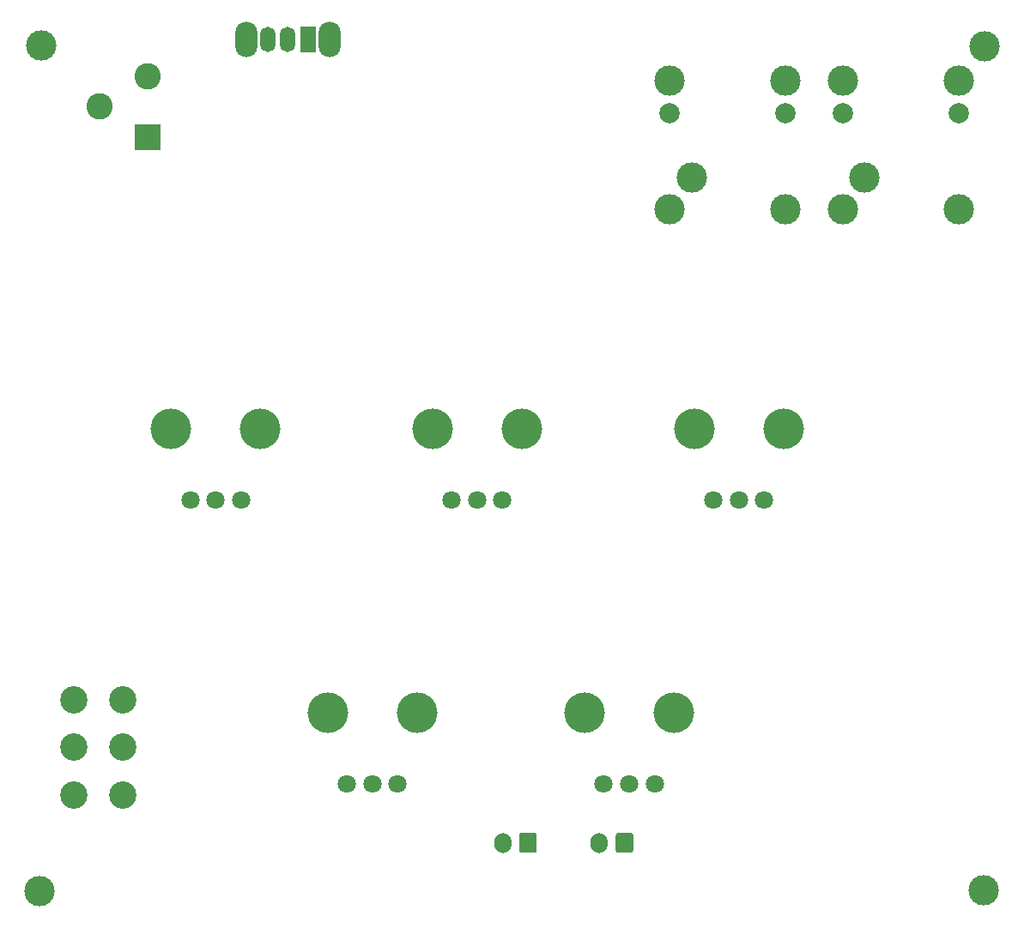
<source format=gbs>
G04 #@! TF.GenerationSoftware,KiCad,Pcbnew,(5.1.4)-1*
G04 #@! TF.CreationDate,2020-06-09T23:50:32+02:00*
G04 #@! TF.ProjectId,ratatech_echo,72617461-7465-4636-985f-6563686f2e6b,1.0*
G04 #@! TF.SameCoordinates,Original*
G04 #@! TF.FileFunction,Soldermask,Bot*
G04 #@! TF.FilePolarity,Negative*
%FSLAX46Y46*%
G04 Gerber Fmt 4.6, Leading zero omitted, Abs format (unit mm)*
G04 Created by KiCad (PCBNEW (5.1.4)-1) date 2020-06-09 23:50:32*
%MOMM*%
%LPD*%
G04 APERTURE LIST*
%ADD10C,3.000000*%
%ADD11C,2.600000*%
%ADD12R,2.600000X2.600000*%
%ADD13O,2.200000X3.500000*%
%ADD14O,1.500000X2.500000*%
%ADD15R,1.500000X2.500000*%
%ADD16C,2.700000*%
%ADD17C,4.000000*%
%ADD18C,1.800000*%
%ADD19C,2.000000*%
%ADD20O,1.700000X2.000000*%
%ADD21C,0.100000*%
%ADD22C,1.700000*%
G04 APERTURE END LIST*
D10*
X102413000Y-139128000D03*
X195555000Y-139090000D03*
X195593000Y-55791100D03*
X102591000Y-55727600D03*
D11*
X108355000Y-61726800D03*
X113055000Y-58726800D03*
D12*
X113055000Y-64726800D03*
D13*
X122797000Y-55102800D03*
X130997000Y-55102800D03*
D14*
X124897000Y-55102800D03*
X126897000Y-55102800D03*
D15*
X128897000Y-55102800D03*
D16*
X110616000Y-120277000D03*
X110616000Y-124977000D03*
X110616000Y-129677000D03*
X105816000Y-120277000D03*
X105816000Y-124977000D03*
X105816000Y-129677000D03*
D17*
X124181000Y-93563700D03*
X115381000Y-93563700D03*
D18*
X122281000Y-100563700D03*
X119781000Y-100563700D03*
X117281000Y-100563700D03*
D10*
X193078000Y-71843900D03*
D19*
X181648000Y-62343900D03*
X193078000Y-62343900D03*
D10*
X183778000Y-68693900D03*
X193078000Y-59143900D03*
X181648000Y-59143900D03*
X181648000Y-71843900D03*
X176009000Y-71843900D03*
D19*
X164579000Y-62343900D03*
X176009000Y-62343900D03*
D10*
X166709000Y-68693900D03*
X176009000Y-59143900D03*
X164579000Y-59143900D03*
X164579000Y-71843900D03*
D17*
X175776000Y-93563700D03*
X166976000Y-93563700D03*
D18*
X173876000Y-100563700D03*
X171376000Y-100563700D03*
X168876000Y-100563700D03*
D17*
X149978000Y-93563700D03*
X141178000Y-93563700D03*
D18*
X148078000Y-100563700D03*
X145578000Y-100563700D03*
X143078000Y-100563700D03*
D17*
X139624000Y-121552000D03*
X130824000Y-121552000D03*
D18*
X137724000Y-128552000D03*
X135224000Y-128552000D03*
X132724000Y-128552000D03*
D17*
X164968000Y-121552000D03*
X156168000Y-121552000D03*
D18*
X163068000Y-128552000D03*
X160568000Y-128552000D03*
X158068000Y-128552000D03*
D20*
X148089000Y-134402000D03*
D21*
G36*
X151213504Y-133403204D02*
G01*
X151237773Y-133406804D01*
X151261571Y-133412765D01*
X151284671Y-133421030D01*
X151306849Y-133431520D01*
X151327893Y-133444133D01*
X151347598Y-133458747D01*
X151365777Y-133475223D01*
X151382253Y-133493402D01*
X151396867Y-133513107D01*
X151409480Y-133534151D01*
X151419970Y-133556329D01*
X151428235Y-133579429D01*
X151434196Y-133603227D01*
X151437796Y-133627496D01*
X151439000Y-133652000D01*
X151439000Y-135152000D01*
X151437796Y-135176504D01*
X151434196Y-135200773D01*
X151428235Y-135224571D01*
X151419970Y-135247671D01*
X151409480Y-135269849D01*
X151396867Y-135290893D01*
X151382253Y-135310598D01*
X151365777Y-135328777D01*
X151347598Y-135345253D01*
X151327893Y-135359867D01*
X151306849Y-135372480D01*
X151284671Y-135382970D01*
X151261571Y-135391235D01*
X151237773Y-135397196D01*
X151213504Y-135400796D01*
X151189000Y-135402000D01*
X149989000Y-135402000D01*
X149964496Y-135400796D01*
X149940227Y-135397196D01*
X149916429Y-135391235D01*
X149893329Y-135382970D01*
X149871151Y-135372480D01*
X149850107Y-135359867D01*
X149830402Y-135345253D01*
X149812223Y-135328777D01*
X149795747Y-135310598D01*
X149781133Y-135290893D01*
X149768520Y-135269849D01*
X149758030Y-135247671D01*
X149749765Y-135224571D01*
X149743804Y-135200773D01*
X149740204Y-135176504D01*
X149739000Y-135152000D01*
X149739000Y-133652000D01*
X149740204Y-133627496D01*
X149743804Y-133603227D01*
X149749765Y-133579429D01*
X149758030Y-133556329D01*
X149768520Y-133534151D01*
X149781133Y-133513107D01*
X149795747Y-133493402D01*
X149812223Y-133475223D01*
X149830402Y-133458747D01*
X149850107Y-133444133D01*
X149871151Y-133431520D01*
X149893329Y-133421030D01*
X149916429Y-133412765D01*
X149940227Y-133406804D01*
X149964496Y-133403204D01*
X149989000Y-133402000D01*
X151189000Y-133402000D01*
X151213504Y-133403204D01*
X151213504Y-133403204D01*
G37*
D22*
X150589000Y-134402000D03*
D20*
X157606000Y-134402000D03*
D21*
G36*
X160730504Y-133403204D02*
G01*
X160754773Y-133406804D01*
X160778571Y-133412765D01*
X160801671Y-133421030D01*
X160823849Y-133431520D01*
X160844893Y-133444133D01*
X160864598Y-133458747D01*
X160882777Y-133475223D01*
X160899253Y-133493402D01*
X160913867Y-133513107D01*
X160926480Y-133534151D01*
X160936970Y-133556329D01*
X160945235Y-133579429D01*
X160951196Y-133603227D01*
X160954796Y-133627496D01*
X160956000Y-133652000D01*
X160956000Y-135152000D01*
X160954796Y-135176504D01*
X160951196Y-135200773D01*
X160945235Y-135224571D01*
X160936970Y-135247671D01*
X160926480Y-135269849D01*
X160913867Y-135290893D01*
X160899253Y-135310598D01*
X160882777Y-135328777D01*
X160864598Y-135345253D01*
X160844893Y-135359867D01*
X160823849Y-135372480D01*
X160801671Y-135382970D01*
X160778571Y-135391235D01*
X160754773Y-135397196D01*
X160730504Y-135400796D01*
X160706000Y-135402000D01*
X159506000Y-135402000D01*
X159481496Y-135400796D01*
X159457227Y-135397196D01*
X159433429Y-135391235D01*
X159410329Y-135382970D01*
X159388151Y-135372480D01*
X159367107Y-135359867D01*
X159347402Y-135345253D01*
X159329223Y-135328777D01*
X159312747Y-135310598D01*
X159298133Y-135290893D01*
X159285520Y-135269849D01*
X159275030Y-135247671D01*
X159266765Y-135224571D01*
X159260804Y-135200773D01*
X159257204Y-135176504D01*
X159256000Y-135152000D01*
X159256000Y-133652000D01*
X159257204Y-133627496D01*
X159260804Y-133603227D01*
X159266765Y-133579429D01*
X159275030Y-133556329D01*
X159285520Y-133534151D01*
X159298133Y-133513107D01*
X159312747Y-133493402D01*
X159329223Y-133475223D01*
X159347402Y-133458747D01*
X159367107Y-133444133D01*
X159388151Y-133431520D01*
X159410329Y-133421030D01*
X159433429Y-133412765D01*
X159457227Y-133406804D01*
X159481496Y-133403204D01*
X159506000Y-133402000D01*
X160706000Y-133402000D01*
X160730504Y-133403204D01*
X160730504Y-133403204D01*
G37*
D22*
X160106000Y-134402000D03*
M02*

</source>
